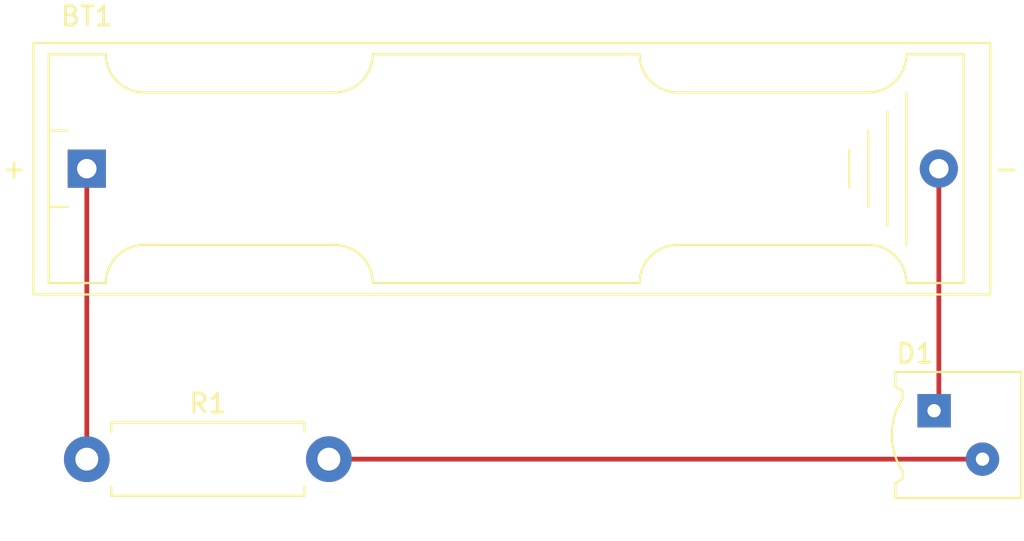
<source format=kicad_pcb>
(kicad_pcb (version 20171130) (host pcbnew 5.1.10-88a1d61d58~90~ubuntu21.04.1)

  (general
    (thickness 1.6)
    (drawings 0)
    (tracks 4)
    (zones 0)
    (modules 3)
    (nets 4)
  )

  (page A4)
  (layers
    (0 F.Cu signal)
    (31 B.Cu signal)
    (32 B.Adhes user)
    (33 F.Adhes user)
    (34 B.Paste user)
    (35 F.Paste user)
    (36 B.SilkS user)
    (37 F.SilkS user)
    (38 B.Mask user)
    (39 F.Mask user)
    (40 Dwgs.User user)
    (41 Cmts.User user)
    (42 Eco1.User user)
    (43 Eco2.User user)
    (44 Edge.Cuts user)
    (45 Margin user)
    (46 B.CrtYd user)
    (47 F.CrtYd user)
    (48 B.Fab user)
    (49 F.Fab user)
  )

  (setup
    (last_trace_width 0.25)
    (trace_clearance 0.2)
    (zone_clearance 0.508)
    (zone_45_only no)
    (trace_min 0.2)
    (via_size 0.8)
    (via_drill 0.4)
    (via_min_size 0.4)
    (via_min_drill 0.3)
    (uvia_size 0.3)
    (uvia_drill 0.1)
    (uvias_allowed no)
    (uvia_min_size 0.2)
    (uvia_min_drill 0.1)
    (edge_width 0.05)
    (segment_width 0.2)
    (pcb_text_width 0.3)
    (pcb_text_size 1.5 1.5)
    (mod_edge_width 0.12)
    (mod_text_size 1 1)
    (mod_text_width 0.15)
    (pad_size 1.524 1.524)
    (pad_drill 0.762)
    (pad_to_mask_clearance 0)
    (aux_axis_origin 0 0)
    (visible_elements FFFFFF7F)
    (pcbplotparams
      (layerselection 0x010fc_ffffffff)
      (usegerberextensions false)
      (usegerberattributes true)
      (usegerberadvancedattributes true)
      (creategerberjobfile true)
      (excludeedgelayer true)
      (linewidth 0.100000)
      (plotframeref false)
      (viasonmask false)
      (mode 1)
      (useauxorigin false)
      (hpglpennumber 1)
      (hpglpenspeed 20)
      (hpglpendiameter 15.000000)
      (psnegative false)
      (psa4output false)
      (plotreference true)
      (plotvalue true)
      (plotinvisibletext false)
      (padsonsilk false)
      (subtractmaskfromsilk false)
      (outputformat 1)
      (mirror false)
      (drillshape 1)
      (scaleselection 1)
      (outputdirectory ""))
  )

  (net 0 "")
  (net 1 "Net-(BT1-Pad2)")
  (net 2 "Net-(BT1-Pad1)")
  (net 3 "Net-(D1-Pad2)")

  (net_class Default "This is the default net class."
    (clearance 0.2)
    (trace_width 0.25)
    (via_dia 0.8)
    (via_drill 0.4)
    (uvia_dia 0.3)
    (uvia_drill 0.1)
    (add_net "Net-(BT1-Pad1)")
    (add_net "Net-(BT1-Pad2)")
    (add_net "Net-(D1-Pad2)")
  )

  (module Resistor_THT:R_Axial_DIN0411_L9.9mm_D3.6mm_P12.70mm_Horizontal (layer F.Cu) (tedit 5AE5139B) (tstamp 61314435)
    (at 118.11 132.08)
    (descr "Resistor, Axial_DIN0411 series, Axial, Horizontal, pin pitch=12.7mm, 1W, length*diameter=9.9*3.6mm^2")
    (tags "Resistor Axial_DIN0411 series Axial Horizontal pin pitch 12.7mm 1W length 9.9mm diameter 3.6mm")
    (path /6130E5A2)
    (fp_text reference R1 (at 6.35 -2.92) (layer F.SilkS)
      (effects (font (size 1 1) (thickness 0.15)))
    )
    (fp_text value 470 (at 6.35 2.92) (layer F.Fab)
      (effects (font (size 1 1) (thickness 0.15)))
    )
    (fp_text user %R (at 6.35 0) (layer F.Fab)
      (effects (font (size 1 1) (thickness 0.15)))
    )
    (fp_line (start 1.4 -1.8) (end 1.4 1.8) (layer F.Fab) (width 0.1))
    (fp_line (start 1.4 1.8) (end 11.3 1.8) (layer F.Fab) (width 0.1))
    (fp_line (start 11.3 1.8) (end 11.3 -1.8) (layer F.Fab) (width 0.1))
    (fp_line (start 11.3 -1.8) (end 1.4 -1.8) (layer F.Fab) (width 0.1))
    (fp_line (start 0 0) (end 1.4 0) (layer F.Fab) (width 0.1))
    (fp_line (start 12.7 0) (end 11.3 0) (layer F.Fab) (width 0.1))
    (fp_line (start 1.28 -1.44) (end 1.28 -1.92) (layer F.SilkS) (width 0.12))
    (fp_line (start 1.28 -1.92) (end 11.42 -1.92) (layer F.SilkS) (width 0.12))
    (fp_line (start 11.42 -1.92) (end 11.42 -1.44) (layer F.SilkS) (width 0.12))
    (fp_line (start 1.28 1.44) (end 1.28 1.92) (layer F.SilkS) (width 0.12))
    (fp_line (start 1.28 1.92) (end 11.42 1.92) (layer F.SilkS) (width 0.12))
    (fp_line (start 11.42 1.92) (end 11.42 1.44) (layer F.SilkS) (width 0.12))
    (fp_line (start -1.45 -2.05) (end -1.45 2.05) (layer F.CrtYd) (width 0.05))
    (fp_line (start -1.45 2.05) (end 14.15 2.05) (layer F.CrtYd) (width 0.05))
    (fp_line (start 14.15 2.05) (end 14.15 -2.05) (layer F.CrtYd) (width 0.05))
    (fp_line (start 14.15 -2.05) (end -1.45 -2.05) (layer F.CrtYd) (width 0.05))
    (pad 2 thru_hole oval (at 12.7 0) (size 2.4 2.4) (drill 1.2) (layers *.Cu *.Mask)
      (net 3 "Net-(D1-Pad2)"))
    (pad 1 thru_hole circle (at 0 0) (size 2.4 2.4) (drill 1.2) (layers *.Cu *.Mask)
      (net 2 "Net-(BT1-Pad1)"))
    (model ${KISYS3DMOD}/Resistor_THT.3dshapes/R_Axial_DIN0411_L9.9mm_D3.6mm_P12.70mm_Horizontal.wrl
      (at (xyz 0 0 0))
      (scale (xyz 1 1 1))
      (rotate (xyz 0 0 0))
    )
  )

  (module LED_THT:LED_VCCLite_5381H7_6.35x6.35mm (layer F.Cu) (tedit 5BCF3024) (tstamp 6131441E)
    (at 162.56 129.54)
    (descr "Yellow 5381 Series LED VCCLite https://vcclite.com/wp-content/uploads/wpallimport/files/files/5381Series.pdf http://static.vcclite.com/pdf/Mounting%20Hole%20Pattern%202.pdf")
    (tags "Yellow 5381 Series LED")
    (path /6130F6E0)
    (fp_text reference D1 (at -1 -3) (layer F.SilkS)
      (effects (font (size 1 1) (thickness 0.15)))
    )
    (fp_text value LED (at 1.27 6) (layer F.Fab)
      (effects (font (size 1 1) (thickness 0.15)))
    )
    (fp_arc (start 1.27 1.27) (end -2.15 0.15) (angle -36.41690824) (layer F.CrtYd) (width 0.05))
    (fp_arc (start 1.27 1.27) (end -1.650999 -0.634999) (angle -66.2) (layer F.SilkS) (width 0.12))
    (fp_arc (start 1.27 1.27) (end -1.53 -0.53) (angle -65.20641856) (layer F.Fab) (width 0.1))
    (fp_text user %R (at 1.27 1.27) (layer F.Fab)
      (effects (font (size 1 1) (thickness 0.15)))
    )
    (fp_line (start -2.15 4.7) (end -2.15 2.4) (layer F.CrtYd) (width 0.05))
    (fp_line (start -2.15 -2.15) (end -2.15 0.15) (layer F.CrtYd) (width 0.05))
    (fp_line (start -1.53 -1.07) (end -1.53 -0.53) (layer F.Fab) (width 0.1))
    (fp_line (start -1.91 -1.33) (end -1.53 -1.07) (layer F.Fab) (width 0.1))
    (fp_line (start -1.91 -1.91) (end -1.91 -1.33) (layer F.Fab) (width 0.1))
    (fp_line (start -1.53 3.61) (end -1.53 3.07) (layer F.Fab) (width 0.1))
    (fp_line (start -1.91 3.87) (end -1.53 3.61) (layer F.Fab) (width 0.1))
    (fp_line (start -1.91 4.45) (end -1.91 3.87) (layer F.Fab) (width 0.1))
    (fp_line (start 4.45 4.45) (end -1.91 4.45) (layer F.Fab) (width 0.1))
    (fp_line (start 4.45 -1.91) (end 4.45 4.45) (layer F.Fab) (width 0.1))
    (fp_line (start -1.91 -1.91) (end 4.45 -1.91) (layer F.Fab) (width 0.1))
    (fp_line (start -1.651 3.556) (end -2.032 3.81) (layer F.SilkS) (width 0.12))
    (fp_line (start -2.032 -1.27) (end -1.651 -1.016) (layer F.SilkS) (width 0.12))
    (fp_line (start -1.651 3.556) (end -1.651 3.175) (layer F.SilkS) (width 0.12))
    (fp_line (start -1.651 -1.016) (end -1.651 -0.635) (layer F.SilkS) (width 0.12))
    (fp_line (start -2.032 4.572) (end -2.032 3.81) (layer F.SilkS) (width 0.12))
    (fp_line (start -2.032 -2.032) (end -2.032 -1.27) (layer F.SilkS) (width 0.12))
    (fp_line (start 4.572 4.572) (end -2.032 4.572) (layer F.SilkS) (width 0.12))
    (fp_line (start 4.572 -2.032) (end -2.032 -2.032) (layer F.SilkS) (width 0.12))
    (fp_line (start 4.572 4.572) (end 4.572 -2.032) (layer F.SilkS) (width 0.12))
    (fp_line (start 4.7 -2.15) (end 4.7 4.7) (layer F.CrtYd) (width 0.05))
    (fp_line (start 4.7 4.7) (end -2.15 4.7) (layer F.CrtYd) (width 0.05))
    (fp_line (start -2.15 -2.15) (end 4.7 -2.15) (layer F.CrtYd) (width 0.05))
    (pad 1 thru_hole rect (at 0 0 270) (size 1.75 1.75) (drill 0.7) (layers *.Cu *.Mask)
      (net 1 "Net-(BT1-Pad2)"))
    (pad 2 thru_hole circle (at 2.54 2.54 270) (size 1.75 1.75) (drill 0.7) (layers *.Cu *.Mask)
      (net 3 "Net-(D1-Pad2)"))
    (model ${KISYS3DMOD}/LED_THT.3dshapes/LED_VCCLite_5381H7_6.35x6.35mm.wrl
      (at (xyz 0 0 0))
      (scale (xyz 1 1 1))
      (rotate (xyz 0 0 0))
    )
  )

  (module Battery:BatteryHolder_Keystone_2466_1xAAA (layer F.Cu) (tedit 5B254C39) (tstamp 613143FD)
    (at 118.11 116.84)
    (descr "1xAAA Battery Holder, Keystone, Plastic Case, http://www.keyelco.com/product-pdf.cfm?p=1031")
    (tags "AAA battery holder Keystone")
    (path /61310443)
    (fp_text reference BT1 (at 0 -8 180) (layer F.SilkS)
      (effects (font (size 1 1) (thickness 0.15)))
    )
    (fp_text value 5V (at 22 0) (layer F.Fab)
      (effects (font (size 1 1) (thickness 0.15)))
    )
    (fp_arc (start 3 -6) (end 3 -4) (angle 90) (layer F.SilkS) (width 0.12))
    (fp_arc (start 41 -6) (end 43 -6) (angle 90) (layer F.SilkS) (width 0.12))
    (fp_arc (start 41 6) (end 41 4) (angle 90) (layer F.SilkS) (width 0.12))
    (fp_arc (start 3 6) (end 1 6) (angle 90) (layer F.SilkS) (width 0.12))
    (fp_arc (start 31 6) (end 29 6) (angle 90) (layer F.SilkS) (width 0.12))
    (fp_arc (start 13 6) (end 13 4) (angle 90) (layer F.SilkS) (width 0.12))
    (fp_arc (start 13 -6) (end 15 -6) (angle 90) (layer F.SilkS) (width 0.12))
    (fp_arc (start 31 -6) (end 31 -4) (angle 90) (layer F.SilkS) (width 0.12))
    (fp_text user %R (at 0 0) (layer F.Fab)
      (effects (font (size 1 1) (thickness 0.15)))
    )
    (fp_text user + (at -3.81 0) (layer F.SilkS)
      (effects (font (size 1 1) (thickness 0.15)))
    )
    (fp_text user - (at 48.26 0) (layer F.SilkS)
      (effects (font (size 1 1) (thickness 0.15)))
    )
    (fp_line (start 47.8 7) (end 47.8 -7) (layer F.CrtYd) (width 0.05))
    (fp_line (start -3.2 7) (end 47.8 7) (layer F.CrtYd) (width 0.05))
    (fp_line (start -3.2 -7) (end -3.2 7) (layer F.CrtYd) (width 0.05))
    (fp_line (start 47.8 -7) (end -3.2 -7) (layer F.CrtYd) (width 0.05))
    (fp_line (start 47.4 6.6) (end 47.4 -6.6) (layer F.SilkS) (width 0.12))
    (fp_line (start -2.8 6.6) (end 47.4 6.6) (layer F.SilkS) (width 0.12))
    (fp_line (start -2.8 -6.6) (end -2.8 6.6) (layer F.SilkS) (width 0.12))
    (fp_line (start 47.4 -6.6) (end -2.8 -6.6) (layer F.SilkS) (width 0.12))
    (fp_line (start 40 -1) (end 40 1) (layer F.SilkS) (width 0.12))
    (fp_line (start 41 -2) (end 41 2) (layer F.SilkS) (width 0.12))
    (fp_line (start 42 3) (end 42 -3) (layer F.SilkS) (width 0.12))
    (fp_line (start 43 -4) (end 43 4) (layer F.SilkS) (width 0.12))
    (fp_line (start -2 -2) (end -1 -2) (layer F.SilkS) (width 0.12))
    (fp_line (start -1 2) (end -2 2) (layer F.SilkS) (width 0.12))
    (fp_line (start 15 6) (end 29 6) (layer F.SilkS) (width 0.12))
    (fp_line (start 29 -6) (end 15 -6) (layer F.SilkS) (width 0.12))
    (fp_line (start 3 4) (end 13 4) (layer F.SilkS) (width 0.12))
    (fp_line (start 3 -4) (end 13 -4) (layer F.SilkS) (width 0.12))
    (fp_line (start 41 -4) (end 31 -4) (layer F.SilkS) (width 0.12))
    (fp_line (start 41 4) (end 31 4) (layer F.SilkS) (width 0.12))
    (fp_line (start -2 -6) (end 1 -6) (layer F.SilkS) (width 0.12))
    (fp_line (start -2 -6) (end -2 6) (layer F.SilkS) (width 0.12))
    (fp_line (start -2 6) (end 1 6) (layer F.SilkS) (width 0.12))
    (fp_line (start 46 -6) (end 43 -6) (layer F.SilkS) (width 0.12))
    (fp_line (start 46 -6) (end 46 6) (layer F.SilkS) (width 0.12))
    (fp_line (start 46 6) (end 43 6) (layer F.SilkS) (width 0.12))
    (fp_line (start -2.7 0) (end -2.7 -6.5) (layer F.Fab) (width 0.1))
    (fp_line (start -2.7 -6.5) (end 47.3 -6.5) (layer F.Fab) (width 0.1))
    (fp_line (start 47.3 -6.5) (end 47.3 6.5) (layer F.Fab) (width 0.1))
    (fp_line (start 47.3 6.5) (end -2.7 6.5) (layer F.Fab) (width 0.1))
    (fp_line (start -2.7 6.5) (end -2.7 0) (layer F.Fab) (width 0.1))
    (pad 2 thru_hole circle (at 44.7 0) (size 2 2) (drill 1.02) (layers *.Cu *.Mask)
      (net 1 "Net-(BT1-Pad2)"))
    (pad 1 thru_hole rect (at 0 0) (size 2 2) (drill 1.02) (layers *.Cu *.Mask)
      (net 2 "Net-(BT1-Pad1)"))
    (model ${KISYS3DMOD}/Battery.3dshapes/BatteryHolder_Keystone_2466_1xAAA.wrl
      (at (xyz 0 0 0))
      (scale (xyz 1 1 1))
      (rotate (xyz 0 0 0))
    )
  )

  (segment (start 162.81 129.29) (end 162.56 129.54) (width 0.25) (layer F.Cu) (net 1))
  (segment (start 162.81 116.84) (end 162.81 129.29) (width 0.25) (layer F.Cu) (net 1))
  (segment (start 118.11 132.08) (end 118.11 116.84) (width 0.25) (layer F.Cu) (net 2))
  (segment (start 165.1 132.08) (end 130.81 132.08) (width 0.25) (layer F.Cu) (net 3))

)

</source>
